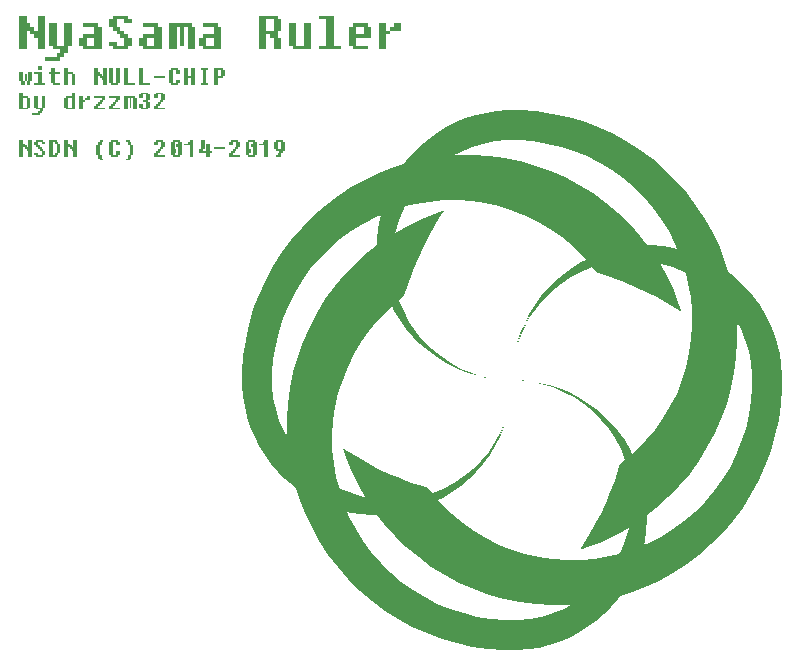
<source format=gto>
G04*
G04 #@! TF.GenerationSoftware,Altium Limited,Altium Designer,18.1.9 (240)*
G04*
G04 Layer_Color=65535*
%FSLAX25Y25*%
%MOIN*%
G70*
G01*
G75*
G36*
X397734Y369150D02*
X403002Y368398D01*
X408205Y367274D01*
X413314Y365785D01*
X418305Y363936D01*
X423152Y361739D01*
X427832Y359204D01*
X432320Y356344D01*
X436594Y353172D01*
X440632Y349706D01*
X444415Y345962D01*
X447923Y341960D01*
X451138Y337718D01*
X454045Y333260D01*
X456628Y328607D01*
X458875Y323782D01*
X460775Y318811D01*
X461767Y315532D01*
X462645Y314895D01*
X465334Y312598D01*
X467834Y310098D01*
X470131Y307409D01*
X472209Y304548D01*
X474057Y301533D01*
X475662Y298382D01*
X477015Y295115D01*
X478108Y291752D01*
X478933Y288313D01*
X479486Y284821D01*
X479764Y281295D01*
X479764Y279527D01*
X479764D01*
X479764Y279527D01*
Y279527D01*
X469764Y279527D01*
X469715Y281490D01*
X469331Y285397D01*
X468565Y289247D01*
X467425Y293003D01*
X465923Y296630D01*
X464647Y299018D01*
X464733Y297962D01*
X464787Y292640D01*
X464465Y287328D01*
X463766Y282051D01*
X462696Y276838D01*
X461259Y271714D01*
X459462Y266704D01*
X457314Y261835D01*
X454827Y257129D01*
X452013Y252612D01*
X448885Y248306D01*
X445460Y244232D01*
X441755Y240411D01*
X437789Y236863D01*
X434764Y234520D01*
X434764Y232760D01*
X434486Y229235D01*
X433933Y225742D01*
X433637Y224508D01*
X435265Y225196D01*
X439424Y227350D01*
X443402Y229822D01*
X447175Y232597D01*
X450720Y235658D01*
X454015Y238986D01*
X457041Y242561D01*
X459779Y246361D01*
X462212Y250363D01*
X464326Y254543D01*
X466106Y258875D01*
X467544Y263333D01*
X468629Y267889D01*
X469355Y272516D01*
X469719Y277186D01*
X469764Y279527D01*
X469764Y279527D01*
X479764Y279527D01*
X479764Y276866D01*
X479387Y271558D01*
X478634Y266289D01*
X477510Y261087D01*
X476021Y255978D01*
X474173Y250987D01*
X471976Y246139D01*
X469440Y241460D01*
X466580Y236972D01*
X463408Y232698D01*
X459942Y228659D01*
X456198Y224876D01*
X452196Y221369D01*
X447955Y218153D01*
X443496Y215247D01*
X438843Y212663D01*
X434019Y210416D01*
X429047Y208517D01*
X425768Y207524D01*
X425131Y206647D01*
X422834Y203958D01*
X420334Y201457D01*
X417645Y199161D01*
X414784Y197082D01*
X411769Y195235D01*
X408618Y193629D01*
X405351Y192276D01*
X401988Y191183D01*
X398550Y190358D01*
X395057Y189805D01*
X391532Y189528D01*
X389764Y189528D01*
Y189528D01*
X389764Y189528D01*
X389764D01*
X389764Y199528D01*
X391726Y199576D01*
X395633Y199961D01*
X399483Y200726D01*
X403239Y201866D01*
X406866Y203368D01*
X409254Y204645D01*
X408198Y204559D01*
X402876Y204504D01*
X397564Y204827D01*
X392288Y205525D01*
X387074Y206595D01*
X381950Y208033D01*
X376940Y209830D01*
X372071Y211977D01*
X367366Y214464D01*
X362848Y217279D01*
X358542Y220406D01*
X354468Y223831D01*
X350648Y227536D01*
X347099Y231502D01*
X344756Y234528D01*
X342996Y234527D01*
X339471Y234805D01*
X335978Y235358D01*
X334744Y235654D01*
X335432Y234027D01*
X337586Y229868D01*
X340058Y225890D01*
X342833Y222116D01*
X345894Y218571D01*
X349222Y215276D01*
X352797Y212250D01*
X356597Y209512D01*
X360600Y207079D01*
X364779Y204966D01*
X369111Y203185D01*
X373569Y201748D01*
X378125Y200662D01*
X382752Y199936D01*
X387422Y199573D01*
X389764Y199528D01*
X389764Y199528D01*
X389764Y189528D01*
X387103Y189528D01*
X381794Y189905D01*
X376525Y190657D01*
X371323Y191781D01*
X366214Y193271D01*
X361223Y195119D01*
X356375Y197316D01*
X351696Y199851D01*
X347208Y202712D01*
X342934Y205883D01*
X338895Y209349D01*
X335113Y213093D01*
X331605Y217096D01*
X328390Y221337D01*
X325483Y225795D01*
X322900Y230448D01*
X320653Y235273D01*
X318753Y240244D01*
X317760Y243523D01*
X316883Y244161D01*
X314194Y246457D01*
X311694Y248958D01*
X309397Y251646D01*
X307318Y254507D01*
X305471Y257522D01*
X303866Y260673D01*
X302512Y263940D01*
X301420Y267303D01*
X300594Y270742D01*
X300041Y274234D01*
X299764Y277760D01*
X299764Y279528D01*
X309764D01*
X309812Y277565D01*
X310197Y273658D01*
X310963Y269809D01*
X312102Y266052D01*
X313604Y262425D01*
X314881Y260037D01*
X314795Y261093D01*
X314740Y266415D01*
X315063Y271728D01*
X315761Y277004D01*
X316832Y282217D01*
X318269Y287341D01*
X320066Y292351D01*
X322213Y297221D01*
X324700Y301926D01*
X327515Y306443D01*
X330642Y310749D01*
X334067Y314823D01*
X337772Y318644D01*
X341739Y322192D01*
X344764Y324535D01*
X344764Y326295D01*
X345041Y329821D01*
X345594Y333313D01*
X345890Y334547D01*
X344263Y333859D01*
X340104Y331705D01*
X336126Y329233D01*
X332353Y326458D01*
X328808Y323397D01*
X325512Y320069D01*
X322486Y316494D01*
X319748Y312694D01*
X317315Y308692D01*
X315202Y304512D01*
X313421Y300180D01*
X311984Y295722D01*
X310899Y291166D01*
X310172Y286539D01*
X309809Y281870D01*
X309764Y279528D01*
X309764D01*
X299764Y279528D01*
X299764Y282189D01*
X300141Y287497D01*
X300893Y292766D01*
X302017Y297968D01*
X303507Y303078D01*
X305355Y308069D01*
X307552Y312916D01*
X310087Y317596D01*
X312948Y322083D01*
X316119Y326358D01*
X319585Y330396D01*
X323329Y334179D01*
X327332Y337686D01*
X331573Y340902D01*
X336031Y343808D01*
X340684Y346392D01*
X345509Y348639D01*
X350481Y350538D01*
X353759Y351531D01*
X354397Y352409D01*
X356693Y355097D01*
X359194Y357598D01*
X361883Y359894D01*
X364743Y361973D01*
X367759Y363821D01*
X370909Y365426D01*
X374176Y366779D01*
X377539Y367872D01*
X380978Y368697D01*
X384471Y369250D01*
X387996Y369528D01*
X389764Y369527D01*
Y359527D01*
X387801Y359479D01*
X383895Y359095D01*
X380045Y358329D01*
X376288Y357189D01*
X372662Y355687D01*
X370273Y354410D01*
X371330Y354496D01*
X376652Y354551D01*
X381964Y354228D01*
X387240Y353530D01*
X392453Y352460D01*
X397578Y351022D01*
X402587Y349225D01*
X407457Y347078D01*
X412162Y344591D01*
X416679Y341776D01*
X420985Y338649D01*
X425059Y335224D01*
X428880Y331519D01*
X432429Y327553D01*
X434771Y324528D01*
X436532Y324528D01*
X440057Y324250D01*
X443549Y323697D01*
X444783Y323401D01*
X444096Y325028D01*
X441941Y329187D01*
X439469Y333166D01*
X436694Y336939D01*
X433634Y340484D01*
X430305Y343779D01*
X426730Y346805D01*
X422930Y349543D01*
X418928Y351976D01*
X414748Y354089D01*
X410416Y355870D01*
X405959Y357308D01*
X401402Y358393D01*
X396775Y359119D01*
X392106Y359483D01*
X389764Y359527D01*
Y359527D01*
X389764Y369527D01*
X392425Y369528D01*
X397734Y369150D01*
D02*
G37*
G36*
X232887Y382841D02*
X231638D01*
Y384090D01*
X232887D01*
Y382841D01*
D02*
G37*
G36*
X278470D02*
X279090D01*
Y381593D01*
X277841D01*
Y382841D01*
X276593D01*
Y378466D01*
X277841D01*
Y379715D01*
X279090D01*
Y378466D01*
X278470D01*
Y377847D01*
X275973D01*
Y378466D01*
X275344D01*
Y382841D01*
X275973D01*
Y383461D01*
X278470D01*
Y382841D01*
D02*
G37*
G36*
X284085Y377847D02*
X282837D01*
Y380344D01*
X281588D01*
Y377847D01*
X280339D01*
Y383461D01*
X281588D01*
Y380964D01*
X282837D01*
Y383461D01*
X284085D01*
Y377847D01*
D02*
G37*
G36*
X254744D02*
X253496D01*
Y379715D01*
X252867D01*
Y380344D01*
X252247D01*
Y380964D01*
X251618D01*
Y377847D01*
X250369D01*
Y383461D01*
X251618D01*
Y382212D01*
X252247D01*
Y381593D01*
X252867D01*
Y380964D01*
X253496D01*
Y383461D01*
X254744D01*
Y377847D01*
D02*
G37*
G36*
X274095Y380344D02*
X270349D01*
Y380964D01*
X274095D01*
Y380344D01*
D02*
G37*
G36*
X229769Y379095D02*
X229140D01*
Y377847D01*
X227891D01*
Y379095D01*
X227272D01*
Y381593D01*
X227891D01*
Y379095D01*
X228520D01*
Y382212D01*
X229769D01*
Y379095D01*
D02*
G37*
G36*
X259110Y378466D02*
X258490D01*
Y377847D01*
X255993D01*
Y378466D01*
X255364D01*
Y383461D01*
X256613D01*
Y378466D01*
X257861D01*
Y383461D01*
X259110D01*
Y378466D01*
D02*
G37*
G36*
X293456Y382841D02*
X294075D01*
Y380964D01*
X293456D01*
Y380344D01*
X291578D01*
Y377847D01*
X290329D01*
Y383461D01*
X293456D01*
Y382841D01*
D02*
G37*
G36*
X288460D02*
X287831D01*
Y378466D01*
X288460D01*
Y377847D01*
X285963D01*
Y378466D01*
X286583D01*
Y382841D01*
X285963D01*
Y383461D01*
X288460D01*
Y382841D01*
D02*
G37*
G36*
X266603Y378466D02*
X269100D01*
Y377847D01*
X265354D01*
Y383461D01*
X266603D01*
Y378466D01*
D02*
G37*
G36*
X261608D02*
X264105D01*
Y377847D01*
X260359D01*
Y383461D01*
X261608D01*
Y378466D01*
D02*
G37*
G36*
X241628Y382212D02*
X243506D01*
Y381593D01*
X244125D01*
Y377847D01*
X242877D01*
Y381593D01*
X241628D01*
Y377847D01*
X240379D01*
Y383461D01*
X241628D01*
Y382212D01*
D02*
G37*
G36*
X237262D02*
X239130D01*
Y381593D01*
X237262D01*
Y378466D01*
X239130D01*
Y377847D01*
X236633D01*
Y378466D01*
X236013D01*
Y381593D01*
X235384D01*
Y382212D01*
X236013D01*
Y383461D01*
X237262D01*
Y382212D01*
D02*
G37*
G36*
X232887Y378466D02*
X234135D01*
Y377847D01*
X230389D01*
Y378466D01*
X231638D01*
Y381593D01*
X230389D01*
Y382212D01*
X232887D01*
Y378466D01*
D02*
G37*
G36*
X226643Y379095D02*
X227272D01*
Y377847D01*
X226023D01*
Y379095D01*
X225394D01*
Y382212D01*
X226643D01*
Y379095D01*
D02*
G37*
G36*
X261636Y399759D02*
X262876D01*
Y398500D01*
X260378D01*
Y399759D01*
X257879D01*
Y397260D01*
X259137D01*
Y396002D01*
X260378D01*
Y394761D01*
X261636D01*
Y393503D01*
X262876D01*
Y391004D01*
X261636D01*
Y389764D01*
X256639D01*
Y391004D01*
X255380D01*
Y392263D01*
X257879D01*
Y391004D01*
X260378D01*
Y393503D01*
X259137D01*
Y394761D01*
X257879D01*
Y396002D01*
X256639D01*
Y397260D01*
X255380D01*
Y399759D01*
X256639D01*
Y400999D01*
X261636D01*
Y399759D01*
D02*
G37*
G36*
X352835Y396002D02*
X349096D01*
Y397260D01*
X350336D01*
Y398500D01*
X352835D01*
Y396002D01*
D02*
G37*
G36*
X234149Y389764D02*
X231650D01*
Y393503D01*
X230391D01*
Y394761D01*
X229151D01*
Y396002D01*
X227892D01*
Y389764D01*
X225394D01*
Y400999D01*
X227892D01*
Y398500D01*
X229151D01*
Y397260D01*
X230391D01*
Y396002D01*
X231650D01*
Y400999D01*
X234149D01*
Y389764D01*
D02*
G37*
G36*
X322849D02*
X316611D01*
Y391004D01*
X315352D01*
Y398500D01*
X317851D01*
Y391004D01*
X320350D01*
Y398500D01*
X322849D01*
Y389764D01*
D02*
G37*
G36*
X242886Y391004D02*
X241646D01*
Y388524D01*
X240387D01*
Y387265D01*
X239147D01*
Y386025D01*
X234149D01*
Y387265D01*
X237888D01*
Y388524D01*
X239147D01*
Y389764D01*
X236648D01*
Y391004D01*
X235389D01*
Y398500D01*
X237888D01*
Y391004D01*
X240387D01*
Y398500D01*
X242886D01*
Y391004D01*
D02*
G37*
G36*
X347837Y396002D02*
X349096D01*
Y394761D01*
X347837D01*
Y389764D01*
X345339D01*
Y398500D01*
X347837D01*
Y396002D01*
D02*
G37*
G36*
X341599Y397260D02*
X342840D01*
Y393503D01*
X337842D01*
Y391004D01*
X341599D01*
Y389764D01*
X336602D01*
Y391004D01*
X335343D01*
Y397260D01*
X336602D01*
Y398500D01*
X341599D01*
Y397260D01*
D02*
G37*
G36*
X330345Y391004D02*
X332844D01*
Y389764D01*
X325348D01*
Y391004D01*
X327847D01*
Y399759D01*
X325348D01*
Y400999D01*
X330345D01*
Y391004D01*
D02*
G37*
G36*
X311613Y399759D02*
X312853D01*
Y396002D01*
X311613D01*
Y393503D01*
X312853D01*
Y389764D01*
X310355D01*
Y393503D01*
X309114D01*
Y394761D01*
X307856D01*
Y389764D01*
X305357D01*
Y400999D01*
X311613D01*
Y399759D01*
D02*
G37*
G36*
X291622Y397260D02*
X292863D01*
Y389764D01*
X286625D01*
Y391004D01*
X285366D01*
Y393503D01*
X286625D01*
Y394761D01*
X290364D01*
Y397260D01*
X286625D01*
Y398500D01*
X291622D01*
Y397260D01*
D02*
G37*
G36*
X282867D02*
X284126D01*
Y389764D01*
X281627D01*
Y397260D01*
X280368D01*
Y391004D01*
X279128D01*
Y397260D01*
X277870D01*
Y389764D01*
X275371D01*
Y398500D01*
X282867D01*
Y397260D01*
D02*
G37*
G36*
X271632D02*
X272872D01*
Y389764D01*
X266634D01*
Y391004D01*
X265375D01*
Y393503D01*
X266634D01*
Y394761D01*
X270373D01*
Y397260D01*
X266634D01*
Y398500D01*
X271632D01*
Y397260D01*
D02*
G37*
G36*
X251641D02*
X252881D01*
Y389764D01*
X246643D01*
Y391004D01*
X245385D01*
Y393503D01*
X246643D01*
Y394761D01*
X250382D01*
Y397260D01*
X246643D01*
Y398500D01*
X251641D01*
Y397260D01*
D02*
G37*
G36*
X233515Y359003D02*
X234135D01*
Y358374D01*
X232886D01*
Y359003D01*
X231637D01*
Y357754D01*
X232266D01*
Y357125D01*
X232886D01*
Y356505D01*
X233515D01*
Y355876D01*
X234135D01*
Y354628D01*
X233515D01*
Y354008D01*
X231018D01*
Y354628D01*
X230389D01*
Y355257D01*
X231637D01*
Y354628D01*
X232886D01*
Y355876D01*
X232266D01*
Y356505D01*
X231637D01*
Y357125D01*
X231018D01*
Y357754D01*
X230389D01*
Y359003D01*
X231018D01*
Y359623D01*
X233515D01*
Y359003D01*
D02*
G37*
G36*
X258490D02*
X259110D01*
Y357754D01*
X257861D01*
Y359003D01*
X256612D01*
Y354628D01*
X257861D01*
Y355876D01*
X259110D01*
Y354628D01*
X258490D01*
Y354008D01*
X255993D01*
Y354628D01*
X255364D01*
Y359003D01*
X255993D01*
Y359623D01*
X258490D01*
Y359003D01*
D02*
G37*
G36*
X244754Y354008D02*
X243505D01*
Y355876D01*
X242876D01*
Y356505D01*
X242256D01*
Y357125D01*
X241627D01*
Y354008D01*
X240379D01*
Y359623D01*
X241627D01*
Y358374D01*
X242256D01*
Y357754D01*
X242876D01*
Y357125D01*
X243505D01*
Y359623D01*
X244754D01*
Y354008D01*
D02*
G37*
G36*
X229769D02*
X228520D01*
Y355876D01*
X227891D01*
Y356505D01*
X227271D01*
Y357125D01*
X226642D01*
Y354008D01*
X225394D01*
Y359623D01*
X226642D01*
Y358374D01*
X227271D01*
Y357754D01*
X227891D01*
Y357125D01*
X228520D01*
Y359623D01*
X229769D01*
Y354008D01*
D02*
G37*
G36*
X294075Y356505D02*
X290329D01*
Y357125D01*
X294075D01*
Y356505D01*
D02*
G37*
G36*
X313435Y359003D02*
X314055D01*
Y355876D01*
X313435D01*
Y355257D01*
X312806D01*
Y354008D01*
X310938D01*
Y354628D01*
X311557D01*
Y355257D01*
X312186D01*
Y355876D01*
X310938D01*
Y356505D01*
X310309D01*
Y359003D01*
X310938D01*
Y359623D01*
X313435D01*
Y359003D01*
D02*
G37*
G36*
X308440Y354008D02*
X307191D01*
Y357754D01*
X305314D01*
Y358374D01*
X306562D01*
Y359003D01*
X307191D01*
Y359623D01*
X308440D01*
Y354008D01*
D02*
G37*
G36*
X304065Y359003D02*
X304694D01*
Y354628D01*
X304065D01*
Y354008D01*
X301567D01*
Y354628D01*
X300948D01*
Y359003D01*
X301567D01*
Y359623D01*
X304065D01*
Y359003D01*
D02*
G37*
G36*
X298450D02*
X299070D01*
Y357125D01*
X298450D01*
Y356505D01*
X297821D01*
Y355876D01*
X297201D01*
Y355257D01*
X296572D01*
Y354628D01*
X299070D01*
Y354008D01*
X295324D01*
Y355257D01*
X295953D01*
Y355876D01*
X296572D01*
Y356505D01*
X297201D01*
Y357125D01*
X297821D01*
Y359003D01*
X296572D01*
Y357754D01*
X295324D01*
Y359003D01*
X295953D01*
Y359623D01*
X298450D01*
Y359003D01*
D02*
G37*
G36*
X287211Y356505D02*
X286582D01*
Y355876D01*
X287831D01*
Y358374D01*
X289080D01*
Y355876D01*
X289709D01*
Y355257D01*
X289080D01*
Y354008D01*
X287831D01*
Y355257D01*
X285334D01*
Y356505D01*
X285963D01*
Y359623D01*
X287211D01*
Y356505D01*
D02*
G37*
G36*
X283465Y354008D02*
X282216D01*
Y357754D01*
X280339D01*
Y358374D01*
X281587D01*
Y359003D01*
X282216D01*
Y359623D01*
X283465D01*
Y354008D01*
D02*
G37*
G36*
X279090Y359003D02*
X279719D01*
Y354628D01*
X279090D01*
Y354008D01*
X276592D01*
Y354628D01*
X275973D01*
Y359003D01*
X276592D01*
Y359623D01*
X279090D01*
Y359003D01*
D02*
G37*
G36*
X273475D02*
X274095D01*
Y357125D01*
X273475D01*
Y356505D01*
X272846D01*
Y355876D01*
X272226D01*
Y355257D01*
X271597D01*
Y354628D01*
X274095D01*
Y354008D01*
X270349D01*
Y355257D01*
X270978D01*
Y355876D01*
X271597D01*
Y356505D01*
X272226D01*
Y357125D01*
X272846D01*
Y359003D01*
X271597D01*
Y357754D01*
X270349D01*
Y359003D01*
X270978D01*
Y359623D01*
X273475D01*
Y359003D01*
D02*
G37*
G36*
X237881D02*
X238510D01*
Y358374D01*
X239130D01*
Y355257D01*
X238510D01*
Y354628D01*
X237881D01*
Y354008D01*
X235384D01*
Y359623D01*
X237881D01*
Y359003D01*
D02*
G37*
G36*
X262236D02*
X262856D01*
Y357754D01*
X263485D01*
Y354628D01*
X262856D01*
Y353388D01*
X262236D01*
Y352759D01*
X260988D01*
Y353388D01*
X261607D01*
Y354628D01*
X262236D01*
Y357754D01*
X261607D01*
Y359003D01*
X260988D01*
Y359623D01*
X262236D01*
Y359003D01*
D02*
G37*
G36*
X253495D02*
X252866D01*
Y357754D01*
X252246D01*
Y354628D01*
X252866D01*
Y353388D01*
X253495D01*
Y352759D01*
X252246D01*
Y353388D01*
X251617D01*
Y354628D01*
X250998D01*
Y357754D01*
X251617D01*
Y359003D01*
X252246D01*
Y359623D01*
X253495D01*
Y359003D01*
D02*
G37*
G36*
X249120Y372873D02*
X247251D01*
Y373502D01*
X247871D01*
Y374122D01*
X249120D01*
Y372873D01*
D02*
G37*
G36*
X268480Y374751D02*
X269100D01*
Y372873D01*
X268480D01*
Y372253D01*
X269100D01*
Y370376D01*
X268480D01*
Y369756D01*
X265983D01*
Y370376D01*
X265354D01*
Y371624D01*
X266602D01*
Y370376D01*
X267851D01*
Y372253D01*
X266602D01*
Y372873D01*
X267851D01*
Y374751D01*
X266602D01*
Y373502D01*
X265354D01*
Y374751D01*
X265983D01*
Y375371D01*
X268480D01*
Y374751D01*
D02*
G37*
G36*
X234135Y370376D02*
X233515D01*
Y369136D01*
X232886D01*
Y368507D01*
X232266D01*
Y367887D01*
X229769D01*
Y368507D01*
X231637D01*
Y369136D01*
X232266D01*
Y369756D01*
X231018D01*
Y370376D01*
X230389D01*
Y374122D01*
X231637D01*
Y370376D01*
X232886D01*
Y374122D01*
X234135D01*
Y370376D01*
D02*
G37*
G36*
X273475Y374751D02*
X274095D01*
Y372873D01*
X273475D01*
Y372253D01*
X272846D01*
Y371624D01*
X272226D01*
Y371005D01*
X271597D01*
Y370376D01*
X274095D01*
Y369756D01*
X270349D01*
Y371005D01*
X270978D01*
Y371624D01*
X271597D01*
Y372253D01*
X272226D01*
Y372873D01*
X272846D01*
Y374751D01*
X271597D01*
Y373502D01*
X270349D01*
Y374751D01*
X270978D01*
Y375371D01*
X273475D01*
Y374751D01*
D02*
G37*
G36*
X264105Y373502D02*
X264734D01*
Y369756D01*
X263485D01*
Y373502D01*
X262856D01*
Y370376D01*
X262236D01*
Y373502D01*
X261607D01*
Y369756D01*
X260359D01*
Y374122D01*
X264105D01*
Y373502D01*
D02*
G37*
G36*
X259110Y372873D02*
X258490D01*
Y372253D01*
X257861D01*
Y371624D01*
X257241D01*
Y371005D01*
X256612D01*
Y370376D01*
X259110D01*
Y369756D01*
X255364D01*
Y371005D01*
X255993D01*
Y371624D01*
X256612D01*
Y372253D01*
X257241D01*
Y372873D01*
X257861D01*
Y373502D01*
X255364D01*
Y374122D01*
X259110D01*
Y372873D01*
D02*
G37*
G36*
X254115D02*
X253495D01*
Y372253D01*
X252866D01*
Y371624D01*
X252246D01*
Y371005D01*
X251617D01*
Y370376D01*
X254115D01*
Y369756D01*
X250369D01*
Y371005D01*
X250998D01*
Y371624D01*
X251617D01*
Y372253D01*
X252246D01*
Y372873D01*
X252866D01*
Y373502D01*
X250369D01*
Y374122D01*
X254115D01*
Y372873D01*
D02*
G37*
G36*
X246622D02*
X247251D01*
Y372253D01*
X246622D01*
Y369756D01*
X245374D01*
Y374122D01*
X246622D01*
Y372873D01*
D02*
G37*
G36*
X244125Y369756D02*
X241008D01*
Y370376D01*
X240379D01*
Y373502D01*
X241008D01*
Y374122D01*
X242876D01*
Y375371D01*
X244125D01*
Y369756D01*
D02*
G37*
G36*
X226642Y374122D02*
X228520D01*
Y373502D01*
X229140D01*
Y370376D01*
X228520D01*
Y369756D01*
X225394D01*
Y375371D01*
X226642D01*
Y374122D01*
D02*
G37*
%LPC*%
G36*
X371535Y339519D02*
X366851Y339475D01*
X362185Y339066D01*
X357566Y338294D01*
X354023Y337413D01*
X353604Y336630D01*
X352102Y333003D01*
X350963Y329247D01*
X350848Y328673D01*
X355001Y331034D01*
X359802Y333330D01*
X364754Y335281D01*
X367293Y336078D01*
X366188Y334432D01*
X364076Y331075D01*
X362099Y327637D01*
X360261Y324124D01*
X358562Y320540D01*
X357008Y316892D01*
X355599Y313185D01*
X354338Y309425D01*
X353764Y307528D01*
X352065Y306202D01*
X352110Y306056D01*
X353613Y302431D01*
X355464Y298970D01*
X357645Y295708D01*
X360135Y292674D01*
X362910Y289899D01*
X365944Y287409D01*
X369207Y285228D01*
X372667Y283377D01*
X376292Y281873D01*
X380047Y280732D01*
X383896Y279965D01*
X387802Y279577D01*
X389764Y279528D01*
X387996Y279528D01*
X384471Y279805D01*
X380978Y280358D01*
X377540Y281184D01*
X374177Y282276D01*
X370910Y283629D01*
X367759Y285235D01*
X364744Y287083D01*
X361883Y289161D01*
X359194Y291457D01*
X356694Y293958D01*
X354397Y296647D01*
X352319Y299507D01*
X350471Y302522D01*
X349664Y304106D01*
X348399Y302994D01*
X345134Y299637D01*
X342140Y296035D01*
X339436Y292210D01*
X337039Y288187D01*
X334963Y283988D01*
X333221Y279640D01*
X331824Y275170D01*
X330779Y270604D01*
X330094Y265971D01*
X329773Y261298D01*
X329817Y256615D01*
X330226Y251949D01*
X330998Y247330D01*
X331878Y243787D01*
X332662Y243368D01*
X336288Y241866D01*
X340045Y240726D01*
X340619Y240612D01*
X338257Y244765D01*
X335961Y249566D01*
X334011Y254518D01*
X333213Y257057D01*
X334860Y255951D01*
X338216Y253840D01*
X341654Y251863D01*
X345168Y250024D01*
X348751Y248326D01*
X352399Y246771D01*
X356106Y245362D01*
X359866Y244102D01*
X361764Y243528D01*
X363089Y241829D01*
X363235Y241874D01*
X366861Y243377D01*
X370321Y245228D01*
X373584Y247409D01*
X376617Y249899D01*
X379393Y252674D01*
X381883Y255708D01*
X384064Y258970D01*
X385914Y262431D01*
X387418Y266056D01*
X388559Y269811D01*
X389327Y273660D01*
X389714Y277565D01*
X389764Y279528D01*
X389764Y277760D01*
X389486Y274234D01*
X388933Y270742D01*
X388108Y267303D01*
X387015Y263940D01*
X385662Y260673D01*
X384056Y257523D01*
X382209Y254508D01*
X380130Y251647D01*
X377834Y248958D01*
X375333Y246458D01*
X372645Y244161D01*
X369784Y242083D01*
X366769Y240235D01*
X365185Y239428D01*
X366297Y238163D01*
X369654Y234898D01*
X373256Y231904D01*
X377081Y229200D01*
X381105Y226803D01*
X385303Y224727D01*
X389651Y222985D01*
X394121Y221588D01*
X398687Y220543D01*
X403320Y219858D01*
X407993Y219536D01*
X412676Y219580D01*
X417342Y219989D01*
X421962Y220761D01*
X425505Y221642D01*
X425923Y222426D01*
X427425Y226052D01*
X428565Y229808D01*
X428679Y230383D01*
X424527Y228021D01*
X419725Y225725D01*
X414773Y223775D01*
X412235Y222977D01*
X413340Y224624D01*
X415451Y227980D01*
X417428Y231418D01*
X419267Y234931D01*
X420965Y238515D01*
X422520Y242163D01*
X423929Y245870D01*
X425190Y249630D01*
X425764Y251528D01*
X427462Y252853D01*
X427418Y252999D01*
X425914Y256624D01*
X424063Y260085D01*
X421882Y263348D01*
X419392Y266381D01*
X416617Y269156D01*
X413584Y271646D01*
X410321Y273827D01*
X406860Y275678D01*
X403235Y277182D01*
X399480Y278323D01*
X395631Y279091D01*
X391726Y279478D01*
X389764Y279528D01*
X391532Y279528D01*
X395057Y279250D01*
X398550Y278697D01*
X401988Y277871D01*
X405351Y276779D01*
X408618Y275426D01*
X411769Y273820D01*
X414784Y271973D01*
X417644Y269894D01*
X420333Y267598D01*
X422834Y265097D01*
X425130Y262408D01*
X427209Y259548D01*
X429056Y256533D01*
X429863Y254949D01*
X431128Y256061D01*
X434394Y259418D01*
X437388Y263020D01*
X440091Y266845D01*
X442488Y270868D01*
X444564Y275067D01*
X446306Y279415D01*
X447704Y283885D01*
X448748Y288451D01*
X449433Y293084D01*
X449755Y297757D01*
X449711Y302440D01*
X449302Y307106D01*
X448530Y311726D01*
X447649Y315268D01*
X446866Y315687D01*
X443239Y317189D01*
X439483Y318329D01*
X438909Y318443D01*
X441270Y314290D01*
X443567Y309489D01*
X445517Y304537D01*
X446314Y301998D01*
X444668Y303104D01*
X441311Y305215D01*
X437873Y307192D01*
X434360Y309031D01*
X430777Y310729D01*
X427128Y312284D01*
X423421Y313693D01*
X419662Y314953D01*
X417764Y315528D01*
X416439Y317226D01*
X416292Y317181D01*
X412667Y315678D01*
X409206Y313827D01*
X405944Y311646D01*
X402910Y309156D01*
X400135Y306381D01*
X397645Y303347D01*
X395464Y300085D01*
X393613Y296624D01*
X392110Y292999D01*
X390969Y289244D01*
X390201Y285395D01*
X389813Y281490D01*
X389764Y279528D01*
X389764Y281296D01*
X390041Y284821D01*
X390594Y288313D01*
X391420Y291752D01*
X392512Y295115D01*
X393866Y298382D01*
X395471Y301532D01*
X397319Y304548D01*
X399397Y307408D01*
X401694Y310097D01*
X404194Y312597D01*
X406883Y314894D01*
X409744Y316972D01*
X412759Y318820D01*
X414342Y319627D01*
X413231Y320892D01*
X409873Y324158D01*
X406271Y327151D01*
X402447Y329855D01*
X398423Y332252D01*
X394224Y334328D01*
X389877Y336070D01*
X385406Y337468D01*
X380841Y338512D01*
X376207Y339197D01*
X371535Y339519D01*
D02*
G37*
G36*
X292827Y382841D02*
X291578D01*
Y380964D01*
X292827D01*
Y382841D01*
D02*
G37*
G36*
X340341Y397260D02*
X337842D01*
Y394761D01*
X340341D01*
Y397260D01*
D02*
G37*
G36*
X310355Y399759D02*
X307856D01*
Y396002D01*
X310355D01*
Y399759D01*
D02*
G37*
G36*
X290364Y393503D02*
X287865D01*
Y391004D01*
X290364D01*
Y393503D01*
D02*
G37*
G36*
X270373D02*
X267874D01*
Y391004D01*
X270373D01*
Y393503D01*
D02*
G37*
G36*
X250382D02*
X247883D01*
Y391004D01*
X250382D01*
Y393503D01*
D02*
G37*
G36*
X312806Y359003D02*
X311557D01*
Y356505D01*
X312806D01*
Y359003D01*
D02*
G37*
G36*
X303445D02*
X302196D01*
Y356505D01*
X302816D01*
Y355257D01*
X302196D01*
Y354628D01*
X303445D01*
Y357125D01*
X302816D01*
Y358374D01*
X303445D01*
Y359003D01*
D02*
G37*
G36*
X278470D02*
X277221D01*
Y356505D01*
X277841D01*
Y355257D01*
X277221D01*
Y354628D01*
X278470D01*
Y357125D01*
X277841D01*
Y358374D01*
X278470D01*
Y359003D01*
D02*
G37*
G36*
X237261D02*
X236632D01*
Y354628D01*
X237261D01*
Y355257D01*
X237881D01*
Y358374D01*
X237261D01*
Y359003D01*
D02*
G37*
G36*
X242876Y373502D02*
X241627D01*
Y370376D01*
X242876D01*
Y373502D01*
D02*
G37*
G36*
X227891D02*
X226642D01*
Y370376D01*
X227891D01*
Y373502D01*
D02*
G37*
%LPD*%
M02*

</source>
